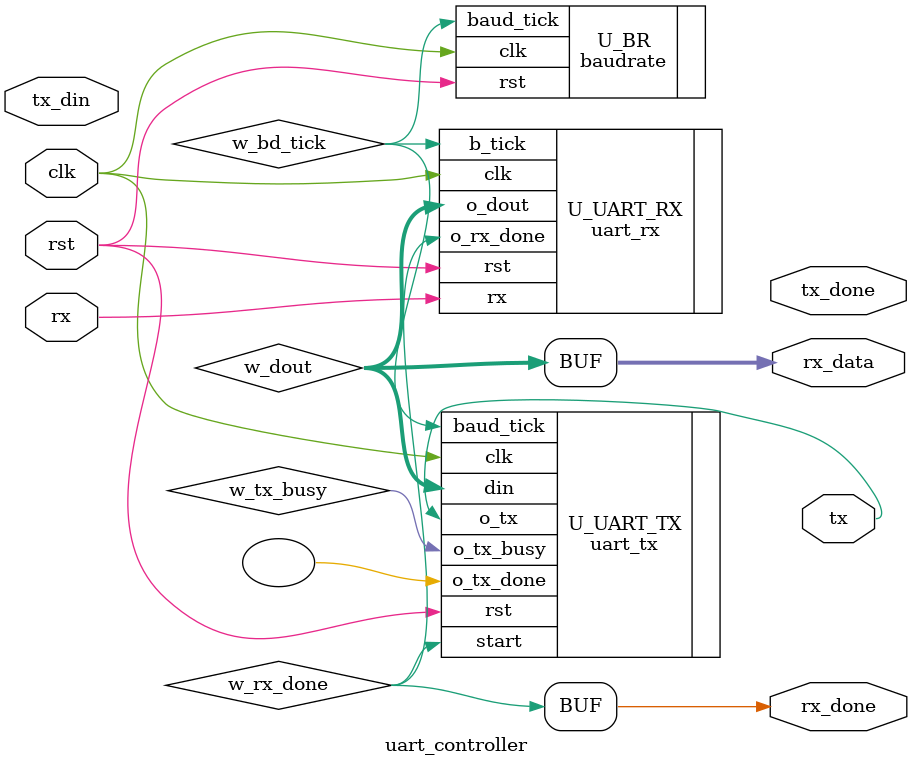
<source format=v>
`timescale 1ns / 1ps


module uart_controller (
    input        clk,
    input        rst,
    input  [7:0] tx_din,
    input        rx,
    output [7:0] rx_data,
    output       rx_done,
    output       tx_done,
    output       tx
);

    wire w_bd_tick;
    wire w_tx_busy;
    wire [7:0] w_dout;
    wire w_rx_done;

    assign rx_done = w_rx_done;
    assign rx_data = w_dout;


    uart_tx U_UART_TX (
        .clk(clk),
        .rst(rst),
        .baud_tick(w_bd_tick),
        .start(w_rx_done),
        .din(w_dout),
        .o_tx_done(),
        .o_tx_busy(w_tx_busy),
        .o_tx(tx)
    );

    uart_rx U_UART_RX (
        .clk(clk),
        .rst(rst),
        .b_tick(w_bd_tick),
        .rx(rx),
        .o_dout(w_dout),
        .o_rx_done(w_rx_done)
    );

    baudrate U_BR (
        .clk(clk),
        .rst(rst),
        .baud_tick(w_bd_tick)
    );


endmodule

</source>
